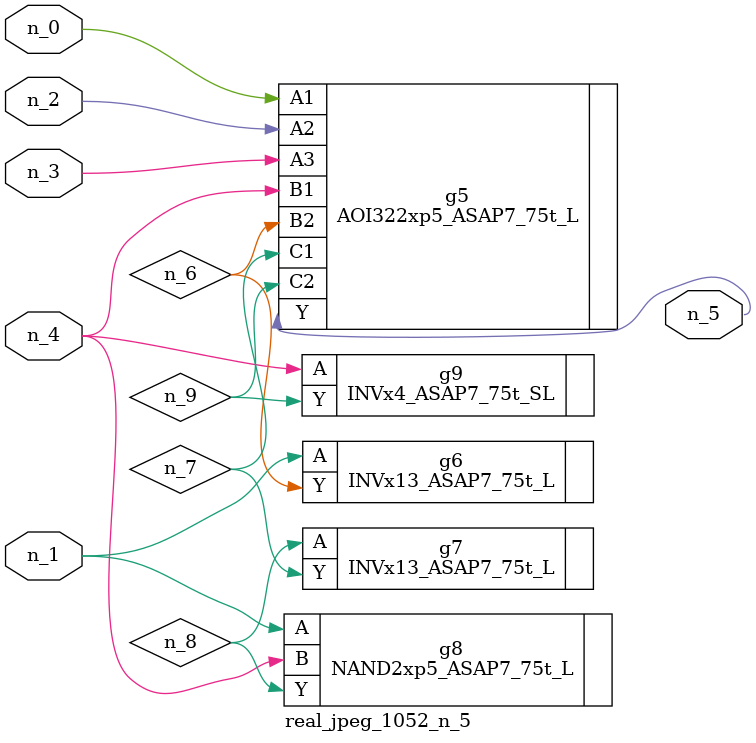
<source format=v>
module real_jpeg_1052_n_5 (n_4, n_0, n_1, n_2, n_3, n_5);

input n_4;
input n_0;
input n_1;
input n_2;
input n_3;

output n_5;

wire n_8;
wire n_6;
wire n_7;
wire n_9;

AOI322xp5_ASAP7_75t_L g5 ( 
.A1(n_0),
.A2(n_2),
.A3(n_3),
.B1(n_4),
.B2(n_6),
.C1(n_7),
.C2(n_9),
.Y(n_5)
);

INVx13_ASAP7_75t_L g6 ( 
.A(n_1),
.Y(n_6)
);

NAND2xp5_ASAP7_75t_L g8 ( 
.A(n_1),
.B(n_4),
.Y(n_8)
);

INVx4_ASAP7_75t_SL g9 ( 
.A(n_4),
.Y(n_9)
);

INVx13_ASAP7_75t_L g7 ( 
.A(n_8),
.Y(n_7)
);


endmodule
</source>
